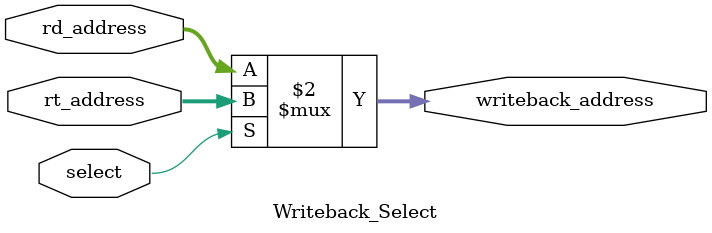
<source format=v>
module Writeback_Select(
    input        select,
    input  [4:0] rt_address,
    input  [4:0] rd_address,
	 
    output [4:0] writeback_address
);
	
	assign writeback_address = (select == 1)? rt_address : rd_address;


endmodule

</source>
